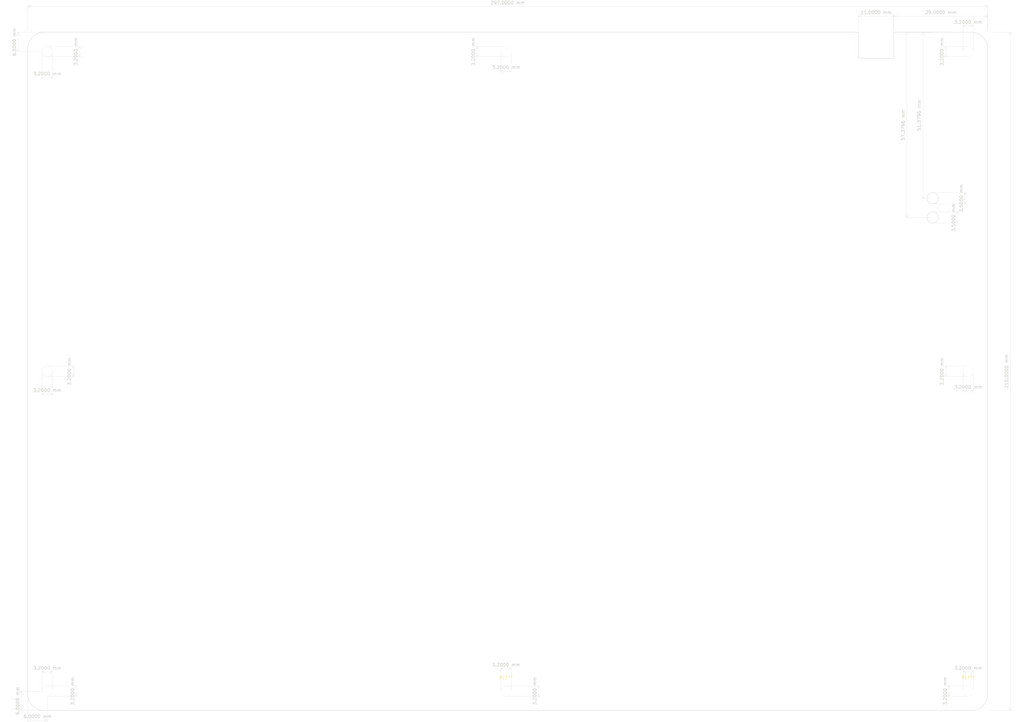
<source format=kicad_pcb>
(kicad_pcb (version 20241229) (generator "pcbnew") (generator_version "9.0")
  (layers (0 "F.Cu" signal) (2 "B.Cu" signal) (13 "F.Paste" user) (15 "B.Paste" user) (5 "F.SilkS" user "F.Silkscreen") (7 "B.SilkS" user "B.Silkscreen") (1 "F.Mask" user) (3 "B.Mask" user) (25 "Edge.Cuts" user))
  (net 0 "")
  (footprint "MountingHole:MountingHole_3.2mm_M3" (layer "F.Cu") (at 56 234)
    (property "Reference" "REF**" (hide yes))
    (property "Value" "MountingHole_3.2mm_M3")
    (pad "" np_thru_hole circle (at 0 0) (size 3.2 3.2) (drill 3.2) (layers "*.Cu" "*.Mask"))
  )
  (footprint "MountingHole:MountingHole_3.2mm_M3" (layer "F.Cu") (at 198 36)
    (property "Reference" "REF**" (hide yes))
    (property "Value" "MountingHole_3.2mm_M3")
    (pad "" np_thru_hole circle (at 0 0) (size 3.2 3.2) (drill 3.2) (layers "*.Cu" "*.Mask"))
  )
  (footprint "MountingHole:MountingHole_3.2mm_M3" (layer "F.Cu") (at 56 36)
    (property "Reference" "REF**" (hide yes))
    (property "Value" "MountingHole_3.2mm_M3")
    (pad "" np_thru_hole circle (at 0 0) (size 3.2 3.2) (drill 3.2) (layers "*.Cu" "*.Mask"))
  )
  (footprint "MountingHole:MountingHole_3.2mm_M3" (layer "F.Cu") (at 56 135)
    (property "Reference" "REF**" (hide yes))
    (property "Value" "MountingHole_3.2mm_M3")
    (pad "" np_thru_hole circle (at 0 0) (size 3.2 3.2) (drill 3.2) (layers "*.Cu" "*.Mask"))
  )
  (footprint "MountingHole:MountingHole_3.2mm_M3" (layer "F.Cu") (at 198 234)
    (property "Reference" "REF**" (at 0 -4.15 0) (layer "F.SilkS"))
    (property "Value" "MountingHole_3.2mm_M3")
    (pad "" np_thru_hole circle (at 0 0) (size 3.2 3.2) (drill 3.2) (layers "*.Cu" "*.Mask"))
  )
  (footprint "MountingHole:MountingHole_3.2mm_M3" (layer "F.Cu") (at 341 36)
    (property "Reference" "REF**" (hide yes))
    (property "Value" "MountingHole_3.2mm_M3")
    (pad "" np_thru_hole circle (at 0 0) (size 3.2 3.2) (drill 3.2) (layers "*.Cu" "*.Mask"))
  )
  (footprint "MountingHole:MountingHole_3.2mm_M3" (layer "F.Cu") (at 341 234)
    (property "Reference" "REF**" (at 0 -4.15 0) (layer "F.SilkS"))
    (property "Value" "MountingHole_3.2mm_M3")
    (pad "" np_thru_hole circle (at 0 0) (size 3.2 3.2) (drill 3.2) (layers "*.Cu" "*.Mask"))
  )
  (footprint "MountingHole:MountingHole_3.2mm_M3" (layer "F.Cu") (at 341 135)
    (property "Reference" "REF**" (hide yes))
    (property "Value" "MountingHole_3.2mm_M3")
    (pad "" np_thru_hole circle (at 0 0) (size 3.2 3.2) (drill 3.2) (layers "*.Cu" "*.Mask"))
  )
  (gr_line (start 307 30) (end 55 30) (stroke (width 0.1)) (layer "Edge.Cuts"))
  (gr_line (start 342 30.000862) (end 318 30) (stroke (width 0.1)) (layer "Edge.Cuts"))
  (gr_line (start 307 38) (end 307 30) (stroke (width 0.1)) (layer "Edge.Cuts"))
  (gr_circle (center 56 234) (end 57.6 234) (stroke (width 0.05)) (fill no) (layer "Edge.Cuts"))
  (gr_line (start 342 240) (end 55 240) (stroke (width 0.1)) (layer "Edge.Cuts"))
  (gr_line (start 347 235) (end 347 35) (stroke (width 0.1)) (layer "Edge.Cuts"))
  (gr_arc (start 342 30) (mid 345.535534 31.464466) (end 347 35) (stroke (width 0.1)) (layer "Edge.Cuts"))
  (gr_circle (center 56 135) (end 57.6 135) (stroke (width 0.1)) (fill no) (layer "Edge.Cuts"))
  (gr_arc (start 55 240) (mid 51.464466 238.535534) (end 50 235) (stroke (width 0.1)) (layer "Edge.Cuts"))
  (gr_circle (center 198 234) (end 199.6 234) (stroke (width 0.05)) (fill no) (layer "Edge.Cuts"))
  (gr_arc (start 50 35) (mid 51.464466 31.464466) (end 55 30) (stroke (width 0.1)) (layer "Edge.Cuts"))
  (gr_line (start 50 235) (end 50 35) (stroke (width 0.1)) (layer "Edge.Cuts"))
  (gr_arc (start 347 235) (mid 345.535534 238.535534) (end 342 240) (stroke (width 0.1)) (layer "Edge.Cuts"))
  (gr_circle (center 330 87.38) (end 331.75 87.38) (stroke (width 0.1)) (fill no) (layer "Edge.Cuts"))
  (gr_circle (center 330 81.38) (end 331.75 81.38) (stroke (width 0.1)) (fill no) (layer "Edge.Cuts"))
  (gr_circle (center 341 36) (end 342.6 36) (stroke (width 0.05)) (fill no) (layer "Edge.Cuts"))
  (gr_line (start 318 38) (end 318 30) (stroke (width 0.1)) (layer "Edge.Cuts"))
  (gr_circle (center 198 36) (end 199.6 36) (stroke (width 0.05)) (fill no) (layer "Edge.Cuts"))
  (gr_circle (center 341 135) (end 342.6 135) (stroke (width 0.05)) (fill no) (layer "Edge.Cuts"))
  (gr_circle (center 56 36) (end 57.6 36) (stroke (width 0.1)) (fill no) (layer "Edge.Cuts"))
  (gr_line (start 318 38) (end 307 38) (stroke (width 0.1)) (layer "Edge.Cuts"))
  (gr_circle (center 341 234) (end 342.6 234) (stroke (width 0.05)) (fill no) (layer "Edge.Cuts"))
  (dimension (type orthogonal) (layer "Edge.Cuts") (pts (xy 54.4 36) (xy 57.6 36)) (height 8) (orientation 0) (format (prefix "") (suffix "") (units 3) (units_format 1) (precision 4)) (style (thickness 0.05) (arrow_length 1.27) (text_position_mode 0) (arrow_direction outward) (extension_height 0.58642) (extension_offset 0.5) (keep_text_aligned yes)) (gr_text "3.2000 mm" (at 56 42.85 0) (layer "Edge.Cuts") (effects (font (size 1 1) (thickness 0.15)))))
  (dimension (type orthogonal) (layer "Edge.Cuts") (pts (xy 341 232.4) (xy 341 235.6)) (height -6) (orientation 1) (format (prefix "") (suffix "") (units 3) (units_format 1) (precision 4)) (style (thickness 0.05) (arrow_length 1.27) (text_position_mode 0) (arrow_direction outward) (extension_height 0.58642) (extension_offset 0.5) (keep_text_aligned yes)) (gr_text "3.2000 mm" (at 333.85 234 90) (layer "Edge.Cuts") (effects (font (size 1 1) (thickness 0.15)))))
  (dimension (type orthogonal) (layer "Edge.Cuts") (pts (xy 330 81.38) (xy 330 30.000431)) (height -3) (orientation 1) (format (prefix "") (suffix "") (units 3) (units_format 1) (precision 4)) (style (thickness 0.05) (arrow_length 1.27) (text_position_mode 0) (arrow_direction outward) (extension_height 0.58642) (extension_offset 0.5) (keep_text_aligned yes)) (gr_text "51.3796 mm" (at 325.85 55.690215 90) (layer "Edge.Cuts") (effects (font (size 1 1) (thickness 0.15)))))
  (dimension (type orthogonal) (layer "Edge.Cuts") (pts (xy 339.4 234) (xy 342.6 234)) (height -6) (orientation 0) (format (prefix "") (suffix "") (units 3) (units_format 1) (precision 4)) (style (thickness 0.05) (arrow_length 1.27) (text_position_mode 0) (arrow_direction outward) (extension_height 0.58642) (extension_offset 0.5) (keep_text_aligned yes)) (gr_text "3.2000 mm" (at 341 226.85 0) (layer "Edge.Cuts") (effects (font (size 1 1) (thickness 0.15)))))
  (dimension (type orthogonal) (layer "Edge.Cuts") (pts (xy 339.4 36) (xy 342.6 36)) (height -8) (orientation 0) (format (prefix "") (suffix "") (units 3) (units_format 1) (precision 4)) (style (thickness 0.05) (arrow_length 1.27) (text_position_mode 0) (arrow_direction outward) (extension_height 0.58642) (extension_offset 0.5) (keep_text_aligned yes)) (gr_text "3.2000 mm" (at 341 26.85 0) (layer "Edge.Cuts") (effects (font (size 1 1) (thickness 0.15)))))
  (dimension (type orthogonal) (layer "Edge.Cuts") (pts (xy 56 234) (xy 56 240)) (height -8) (orientation 1) (format (prefix "") (suffix "") (units 3) (units_format 1) (precision 4)) (style (thickness 0.05) (arrow_length 1.27) (text_position_mode 0) (arrow_direction outward) (extension_height 0.58642) (extension_offset 0.5) (keep_text_aligned yes)) (gr_text "6.0000 mm" (at 46.85 237 90) (layer "Edge.Cuts") (effects (font (size 1 1) (thickness 0.15)))))
  (dimension (type orthogonal) (layer "Edge.Cuts") (pts (xy 54.4 135) (xy 57.6 135)) (height 7) (orientation 0) (format (prefix "") (suffix "") (units 3) (units_format 1) (precision 4)) (style (thickness 0.05) (arrow_length 1.27) (text_position_mode 0) (arrow_direction outward) (extension_height 0.58642) (extension_offset 0.5) (keep_text_aligned yes)) (gr_text "3.2000 mm" (at 56 140.85 0) (layer "Edge.Cuts") (effects (font (size 1 1) (thickness 0.15)))))
  (dimension (type orthogonal) (layer "Edge.Cuts") (pts (xy 347 30) (xy 347 240)) (height 7) (orientation 1) (format (prefix "") (suffix "") (units 3) (units_format 1) (precision 4)) (style (thickness 0.05) (arrow_length 1.27) (text_position_mode 0) (arrow_direction outward) (extension_height 0.58642) (extension_offset 0.5) (keep_text_aligned yes)) (gr_text "210.0000 mm" (at 352.85 135 90) (layer "Edge.Cuts") (effects (font (size 1 1) (thickness 0.15)))))
  (dimension (type orthogonal) (layer "Edge.Cuts") (pts (xy 341 34.4) (xy 341 37.6)) (height -7) (orientation 1) (format (prefix "") (suffix "") (units 3) (units_format 1) (precision 4)) (style (thickness 0.05) (arrow_length 1.27) (text_position_mode 0) (arrow_direction outward) (extension_height 0.58642) (extension_offset 0.5) (keep_text_aligned yes)) (gr_text "3.2000 mm" (at 332.85 36 90) (layer "Edge.Cuts") (effects (font (size 1 1) (thickness 0.15)))))
  (dimension (type orthogonal) (layer "Edge.Cuts") (pts (xy 56 34.4) (xy 56 37.6)) (height 10) (orientation 1) (format (prefix "") (suffix "") (units 3) (units_format 1) (precision 4)) (style (thickness 0.05) (arrow_length 1.27) (text_position_mode 0) (arrow_direction outward) (extension_height 0.58642) (extension_offset 0.5) (keep_text_aligned yes)) (gr_text "3.2000 mm" (at 64.85 36 90) (layer "Edge.Cuts") (effects (font (size 1 1) (thickness 0.15)))))
  (dimension (type orthogonal) (layer "Edge.Cuts") (pts (xy 341 133.4) (xy 341 136.6)) (height -7) (orientation 1) (format (prefix "") (suffix "") (units 3) (units_format 1) (precision 4)) (style (thickness 0.05) (arrow_length 1.27) (text_position_mode 0) (arrow_direction outward) (extension_height 0.58642) (extension_offset 0.5) (keep_text_aligned yes)) (gr_text "3.2000 mm" (at 332.85 135 90) (layer "Edge.Cuts") (effects (font (size 1 1) (thickness 0.15)))))
  (dimension (type orthogonal) (layer "Edge.Cuts") (pts (xy 196.4 234) (xy 199.6 234)) (height -7) (orientation 0) (format (prefix "") (suffix "") (units 3) (units_format 1) (precision 4)) (style (thickness 0.05) (arrow_length 1.27) (text_position_mode 0) (arrow_direction outward) (extension_height 0.58642) (extension_offset 0.5) (keep_text_aligned yes)) (gr_text "3.2000 mm" (at 198 225.85 0) (layer "Edge.Cuts") (effects (font (size 1 1) (thickness 0.15)))))
  (dimension (type orthogonal) (layer "Edge.Cuts") (pts (xy 330 87.38) (xy 330 30.000431)) (height -8) (orientation 1) (format (prefix "") (suffix "") (units 3) (units_format 1) (precision 4)) (style (thickness 0.05) (arrow_length 1.27) (text_position_mode 0) (arrow_direction outward) (extension_height 0.58642) (extension_offset 0.5) (keep_text_aligned yes)) (gr_text "57.3796 mm" (at 320.85 58.690215 90) (layer "Edge.Cuts") (effects (font (size 1 1) (thickness 0.15)))))
  (dimension (type orthogonal) (layer "Edge.Cuts") (pts (xy 330 85.63) (xy 330 89.13)) (height 7.6) (orientation 1) (format (prefix "") (suffix "") (units 3) (units_format 1) (precision 4)) (style (thickness 0.05) (arrow_length 1.27) (text_position_mode 0) (arrow_direction outward) (extension_height 0.58642) (extension_offset 0.5) (keep_text_aligned yes)) (gr_text "3.5000 mm" (at 336.45 87.38 90) (layer "Edge.Cuts") (effects (font (size 1 1) (thickness 0.15)))))
  (dimension (type orthogonal) (layer "Edge.Cuts") (pts (xy 50 30) (xy 347 30.001042)) (height -8) (orientation 0) (format (prefix "") (suffix "") (units 3) (units_format 1) (precision 4)) (style (thickness 0.05) (arrow_length 1.27) (text_position_mode 0) (arrow_direction outward) (extension_height 0.58642) (extension_offset 0.5) (keep_text_aligned yes)) (gr_text "297.0000 mm" (at 198.5 20.85 0) (layer "Edge.Cuts") (effects (font (size 1 1) (thickness 0.15)))))
  (dimension (type orthogonal) (layer "Edge.Cuts") (pts (xy 198 34.4) (xy 198 37.6)) (height -9) (orientation 1) (format (prefix "") (suffix "") (units 3) (units_format 1) (precision 4)) (style (thickness 0.05) (arrow_length 1.27) (text_position_mode 0) (arrow_direction outward) (extension_height 0.58642) (extension_offset 0.5) (keep_text_aligned yes)) (gr_text "3.2000 mm" (at 187.85 36 90) (layer "Edge.Cuts") (effects (font (size 1 1) (thickness 0.15)))))
  (dimension (type orthogonal) (layer "Edge.Cuts") (pts (xy 339.4 135) (xy 342.6 135)) (height 6) (orientation 0) (format (prefix "") (suffix "") (units 3) (units_format 1) (precision 4)) (style (thickness 0.05) (arrow_length 1.27) (text_position_mode 0) (arrow_direction outward) (extension_height 0.58642) (extension_offset 0.5) (keep_text_aligned yes)) (gr_text "3.2000 mm" (at 341 139.85 0) (layer "Edge.Cuts") (effects (font (size 1 1) (thickness 0.15)))))
  (dimension (type orthogonal) (layer "Edge.Cuts") (pts (xy 330 79.63) (xy 330 83.13)) (height 10) (orientation 1) (format (prefix "") (suffix "") (units 3) (units_format 1) (precision 4)) (style (thickness 0.05) (arrow_length 1.27) (text_position_mode 0) (arrow_direction outward) (extension_height 0.58642) (extension_offset 0.5) (keep_text_aligned yes)) (gr_text "3.5000 mm" (at 338.85 81.38 90) (layer "Edge.Cuts") (effects (font (size 1 1) (thickness 0.15)))))
  (dimension (type orthogonal) (layer "Edge.Cuts") (pts (xy 196.4 36) (xy 199.6 36)) (height 6) (orientation 0) (format (prefix "") (suffix "") (units 3) (units_format 1) (precision 4)) (style (thickness 0.05) (arrow_length 1.27) (text_position_mode 0) (arrow_direction outward) (extension_height 0.58642) (extension_offset 0.5) (keep_text_aligned yes)) (gr_text "3.2000 mm" (at 198 40.85 0) (layer "Edge.Cuts") (effects (font (size 1 1) (thickness 0.15)))))
  (dimension (type orthogonal) (layer "Edge.Cuts") (pts (xy 307 30) (xy 318 30)) (height -5) (orientation 0) (format (prefix "") (suffix "") (units 3) (units_format 1) (precision 4)) (style (thickness 0.05) (arrow_length 1.27) (text_position_mode 0) (arrow_direction outward) (extension_height 0.58642) (extension_offset 0.5) (keep_text_aligned yes)) (gr_text "11.0000 mm" (at 312.5 23.85 0) (layer "Edge.Cuts") (effects (font (size 1 1) (thickness 0.15)))))
  (dimension (type orthogonal) (layer "Edge.Cuts") (pts (xy 347 30) (xy 318 30)) (height -5) (orientation 0) (format (prefix "") (suffix "") (units 3) (units_format 1) (precision 4)) (style (thickness 0.05) (arrow_length 1.27) (text_position_mode 0) (arrow_direction outward) (extension_height 0.58642) (extension_offset 0.5) (keep_text_aligned yes)) (gr_text "29.0000 mm" (at 332.5 23.85 0) (layer "Edge.Cuts") (effects (font (size 1 1) (thickness 0.15)))))
  (dimension (type orthogonal) (layer "Edge.Cuts") (pts (xy 56 36) (xy 56 30)) (height -9) (orientation 1) (format (prefix "") (suffix "") (units 3) (units_format 1) (precision 4)) (style (thickness 0.05) (arrow_length 1.27) (text_position_mode 0) (arrow_direction outward) (extension_height 0.58642) (extension_offset 0.5) (keep_text_aligned yes)) (gr_text "6.0000 mm" (at 45.85 33 90) (layer "Edge.Cuts") (effects (font (size 1 1) (thickness 0.15)))))
  (dimension (type orthogonal) (layer "Edge.Cuts") (pts (xy 56 234) (xy 50 234)) (height 9) (orientation 0) (format (prefix "") (suffix "") (units 3) (units_format 1) (precision 4)) (style (thickness 0.05) (arrow_length 1.27) (text_position_mode 0) (arrow_direction outward) (extension_height 0.58642) (extension_offset 0.5) (keep_text_aligned yes)) (gr_text "6.0000 mm" (at 53 241.85 0) (layer "Edge.Cuts") (effects (font (size 1 1) (thickness 0.15)))))
  (dimension (type orthogonal) (layer "Edge.Cuts") (pts (xy 198 232.4) (xy 198 235.6)) (height 10) (orientation 1) (format (prefix "") (suffix "") (units 3) (units_format 1) (precision 4)) (style (thickness 0.05) (arrow_length 1.27) (text_position_mode 0) (arrow_direction outward) (extension_height 0.58642) (extension_offset 0.5) (keep_text_aligned yes)) (gr_text "3.2000 mm" (at 206.85 234 90) (layer "Edge.Cuts") (effects (font (size 1 1) (thickness 0.15)))))
  (dimension (type orthogonal) (layer "Edge.Cuts") (pts (xy 56 136.6) (xy 56 133.4)) (height 8) (orientation 1) (format (prefix "") (suffix "") (units 3) (units_format 1) (precision 4)) (style (thickness 0.05) (arrow_length 1.27) (text_position_mode 0) (arrow_direction outward) (extension_height 0.58642) (extension_offset 0.5) (keep_text_aligned yes)) (gr_text "3.2000 mm" (at 62.85 135 90) (layer "Edge.Cuts") (effects (font (size 1 1) (thickness 0.15)))))
  (dimension (type orthogonal) (layer "Edge.Cuts") (pts (xy 54.4 234) (xy 57.6 234)) (height -6) (orientation 0) (format (prefix "") (suffix "") (units 3) (units_format 1) (precision 4)) (style (thickness 0.05) (arrow_length 1.27) (text_position_mode 0) (arrow_direction outward) (extension_height 0.58642) (extension_offset 0.5) (keep_text_aligned yes)) (gr_text "3.2000 mm" (at 56 226.85 0) (layer "Edge.Cuts") (effects (font (size 1 1) (thickness 0.15)))))
  (dimension (type orthogonal) (layer "Edge.Cuts") (pts (xy 56 232.4) (xy 56 235.6)) (height 9) (orientation 1) (format (prefix "") (suffix "") (units 3) (units_format 1) (precision 4)) (style (thickness 0.05) (arrow_length 1.27) (text_position_mode 0) (arrow_direction outward) (extension_height 0.58642) (extension_offset 0.5) (keep_text_aligned yes)) (gr_text "3.2000 mm" (at 63.85 234 90) (layer "Edge.Cuts") (effects (font (size 1 1) (thickness 0.15)))))
)
</source>
